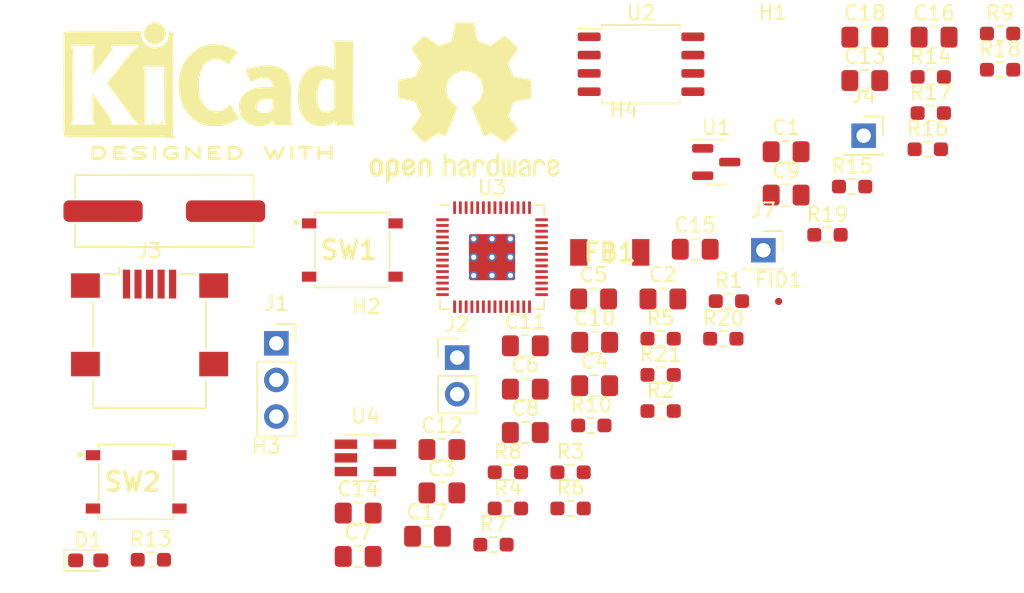
<source format=kicad_pcb>
(kicad_pcb (version 20211014) (generator pcbnew)
  (layers (0 "F.Cu" signal) (31 "B.Cu" signal) (34 "B.Paste" user) (35 "F.Paste" user) (36 "B.SilkS" user "B.Silkscreen") (37 "F.SilkS" user "F.Silkscreen") (38 "B.Mask" user) (39 "F.Mask" user) (44 "Edge.Cuts" user))
  (net 0 "")
  (net 1 "+3V3")
  (net 2 "GND")
  (net 3 "+1V1")
  (net 4 "Net-(C11-Pad1)")
  (net 5 "/XIN")
  (net 6 "/XOUT-raw")
  (net 7 "/RUN")
  (net 8 "Net-(C16-Pad1)")
  (net 9 "Net-(C17-Pad1)")
  (net 10 "Net-(C18-Pad1)")
  (net 11 "/GPIO25-led")
  (net 12 "/VBUS_RAW")
  (net 13 "VBUS")
  (net 14 "/SWCLK")
  (net 15 "/SWD")
  (net 16 "/~{USB_BOOT}")
  (net 17 "D-")
  (net 18 "D+")
  (net 20 "Net-(J3-Pad6)")
  (net 21 "/GPIO25")
  (net 22 "/QSPI_SS")
  (net 23 "/USB+")
  (net 24 "/USB-")
  (net 25 "/XOUT")
  (net 26 "GPIO24")
  (net 27 "/output")
  (net 28 "/input")
  (net 29 "/GPIO0")
  (net 30 "/GPIO1")
  (net 31 "Net-(J6-Pad2)")
  (net 32 "Net-(Q5-Pad2)")
  (net 33 "/QSPI_SD1")
  (net 34 "/QSPI_SD2")
  (net 35 "/QSPI_SD0")
  (net 36 "/QSPI_SCLK")
  (net 37 "/QSPI_SD3")
  (net 38 "/GPIO2")
  (net 39 "/GPIO3")
  (net 40 "/GPIO4")
  (net 41 "/GPIO5")
  (net 42 "/GPIO6")
  (net 43 "/GPIO7")
  (net 44 "/GPIO8")
  (net 45 "/GPIO9")
  (net 46 "/GPIO10")
  (net 47 "/GPIO11")
  (net 48 "/GPIO12")
  (net 49 "/GPIO13")
  (net 50 "/GPIO14")
  (net 51 "/GPIO15")
  (net 52 "/GPIO16")
  (net 53 "/GPIO17")
  (net 54 "/GPIO18")
  (net 55 "/GPIO19")
  (net 56 "/GPIO20")
  (net 57 "/GPIO21")
  (net 58 "/GPIO22")
  (net 59 "/GPIO23")
  (net 60 "/GPIO26_ADC0")
  (net 61 "/GPIO27_ADC1")
  (net 62 "/GPIO28_ADC2")
  (net 63 "/GPIO29_ADC3")
  (footprint "Connector_PinHeader_2.54mm:PinHeader_1x02_P2.54mm_Vertical" (layer "F.Cu") (at 214.12 88.14)
    (fp_text reference "J2" (at 0 -2.33) (layer "F.SilkS"))
    (fp_text value "Conn_01x02")
    (pad "1" thru_hole rect (at 0 0) (size 1.7 1.7) (drill 1) (layers *.Cu *.Mask) (net 16 "/~{USB_BOOT}"))
    (pad "2" thru_hole oval (at 0 2.54) (size 1.7 1.7) (drill 1) (layers *.Cu *.Mask) (net 2 "GND"))
  )
  (footprint "Connector_PinSocket_2.54mm:PinSocket_1x01_P2.54mm_Vertical" (layer "F.Cu") (at 242.33 72.74)
    (fp_text reference "J4" (at 0 -2.77) (layer "F.SilkS"))
    (fp_text value "Conn_01x01")
    (pad "1" thru_hole rect (at 0 0) (size 1.7 1.7) (drill 1) (layers *.Cu *.Mask) (net 20 "Net-(J3-Pad6)"))
  )
  (footprint "Package_TO_SOT_SMD:SOT-23-5_HandSoldering" (layer "F.Cu") (at 207.75 95.1)
    (fp_text reference "U4" (at 0 -2.9) (layer "F.SilkS"))
    (fp_text value "D1213A-02SM")
    (pad "1" smd rect (at -1.35 -0.95) (size 1.56 0.65) (layers "F.Cu" "F.Paste" "F.Mask"))
    (pad "2" smd rect (at -1.35 0) (size 1.56 0.65) (layers "F.Cu" "F.Paste" "F.Mask") (net 2 "GND"))
    (pad "3" smd rect (at -1.35 0.95) (size 1.56 0.65) (layers "F.Cu" "F.Paste" "F.Mask") (net 17 "D-"))
    (pad "4" smd rect (at 1.35 0.95) (size 1.56 0.65) (layers "F.Cu" "F.Paste" "F.Mask") (net 18 "D+"))
    (pad "5" smd rect (at 1.35 -0.95) (size 1.56 0.65) (layers "F.Cu" "F.Paste" "F.Mask") (net 13 "VBUS"))
  )
  (footprint "Resistor_SMD:R_0603_1608Metric_Pad0.98x0.95mm_HandSolder" (layer "F.Cu") (at 246.99 71.17)
    (fp_text reference "R17" (at 0 -1.43) (layer "F.SilkS"))
    (fp_text value "10k")
    (pad "1" smd roundrect (at -0.9125 0) (size 0.975 0.95) (layers "F.Cu" "F.Paste" "F.Mask") (net 2 "GND"))
    (pad "2" smd roundrect (at 0.9125 0) (size 0.975 0.95) (layers "F.Cu" "F.Paste" "F.Mask") (net 27 "/output"))
  )
  (footprint "MountingHole:MountingHole_3.2mm_M3" (layer "F.Cu") (at 200.87 98.5)
    (fp_text reference "H3" (at 0 -4.2) (layer "F.SilkS"))
    (fp_text value "MountingHole")
    (pad "" np_thru_hole circle (at 0 0) (size 3.2 3.2) (drill 3.2) (layers *.Cu *.Mask))
  )
  (footprint "Resistor_SMD:R_0603_1608Metric_Pad0.98x0.95mm_HandSolder" (layer "F.Cu") (at 192.86 102.17)
    (fp_text reference "R13" (at 0 -1.43) (layer "F.SilkS"))
    (fp_text value "e")
    (pad "1" smd roundrect (at -0.9125 0) (size 0.975 0.95) (layers "F.Cu" "F.Paste" "F.Mask") (net 27 "/output"))
    (pad "2" smd roundrect (at 0.9125 0) (size 0.975 0.95) (layers "F.Cu" "F.Paste" "F.Mask") (net 10 "Net-(C18-Pad1)"))
  )
  (footprint "Resistor_SMD:R_0603_1608Metric_Pad0.98x0.95mm_HandSolder" (layer "F.Cu") (at 246.99 68.66)
    (fp_text reference "R14" (at 0 -1.43) (layer "F.SilkS"))
    (fp_text value "10Meg")
    (pad "1" smd roundrect (at -0.9125 0) (size 0.975 0.95) (layers "F.Cu" "F.Paste" "F.Mask") (net 2 "GND"))
    (pad "2" smd roundrect (at 0.9125 0) (size 0.975 0.95) (layers "F.Cu" "F.Paste" "F.Mask") (net 10 "Net-(C18-Pad1)"))
  )
  (footprint "Resistor_SMD:R_0603_1608Metric_Pad0.98x0.95mm_HandSolder" (layer "F.Cu") (at 228.24 86.83)
    (fp_text reference "R5" (at 0 -1.43) (layer "F.SilkS"))
    (fp_text value "27")
    (pad "1" smd roundrect (at -0.9125 0) (size 0.975 0.95) (layers "F.Cu" "F.Paste" "F.Mask") (net 18 "D+"))
    (pad "2" smd roundrect (at 0.9125 0) (size 0.975 0.95) (layers "F.Cu" "F.Paste" "F.Mask") (net 23 "/USB+"))
  )
  (footprint "Resistor_SMD:R_0603_1608Metric_Pad0.98x0.95mm_HandSolder" (layer "F.Cu") (at 251.8 65.65)
    (fp_text reference "R9" (at 0 -1.43) (layer "F.SilkS"))
    (fp_text value "5k6")
    (pad "1" smd roundrect (at -0.9125 0) (size 0.975 0.95) (layers "F.Cu" "F.Paste" "F.Mask") (net 26 "GPIO24"))
    (pad "2" smd roundrect (at 0.9125 0) (size 0.975 0.95) (layers "F.Cu" "F.Paste" "F.Mask") (net 13 "VBUS"))
  )
  (footprint "Capacitor_SMD:C_0805_2012Metric_Pad1.18x1.45mm_HandSolder" (layer "F.Cu") (at 228.4 84.07)
    (fp_text reference "C2" (at 0 -1.68) (layer "F.SilkS"))
    (fp_text value "100n")
    (pad "1" smd roundrect (at -1.0375 0) (size 1.175 1.45) (layers "F.Cu" "F.Paste" "F.Mask") (roundrect_rratio 0.212766) (net 3 "+1V1"))
    (pad "2" smd roundrect (at 1.0375 0) (size 1.175 1.45) (layers "F.Cu" "F.Paste" "F.Mask") (roundrect_rratio 0.212766) (net 2 "GND"))
  )
  (footprint "Package_TO_SOT_SMD:SOT-23" (layer "F.Cu") (at 232.1 74.57)
    (fp_text reference "U1" (at 0 -2.4) (layer "F.SilkS"))
    (fp_text value "LM4040DBZ-3.0")
    (pad "1" smd roundrect (at -0.9375 -0.95) (size 1.475 0.6) (layers "F.Cu" "F.Paste" "F.Mask") (net 4 "Net-(C11-Pad1)"))
    (pad "2" smd roundrect (at -0.9375 0.95) (size 1.475 0.6) (layers "F.Cu" "F.Paste" "F.Mask") (net 2 "GND"))
    (pad "3" smd roundrect (at 0.9375 0) (size 1.475 0.6) (layers "F.Cu" "F.Paste" "F.Mask"))
  )
  (footprint "Resistor_SMD:R_0603_1608Metric_Pad0.98x0.95mm_HandSolder" (layer "F.Cu") (at 228.24 91.85)
    (fp_text reference "R2" (at 0 -1.43) (layer "F.SilkS"))
    (fp_text value "1k")
    (pad "1" smd roundrect (at -0.9125 0) (size 0.975 0.95) (layers "F.Cu" "F.Paste" "F.Mask") (net 4 "Net-(C11-Pad1)"))
    (pad "2" smd roundrect (at 0.9125 0) (size 0.975 0.95) (layers "F.Cu" "F.Paste" "F.Mask") (net 1 "+3V3"))
  )
  (footprint "SamacSys_Parts:BEADC4516X185N" (layer "F.Cu") (at 224.71 80.84)
    (fp_text reference "FB1" (at 0 0) (layer "F.SilkS") (effects (font (size 1.27 1.27) (thickness 0.254))))
    (fp_text value "HI1806T600R-10" hide)
    (pad "1" smd rect locked (at -2.15 0) (size 1.2 1.85) (layers "F.Cu" "F.Paste" "F.Mask") (net 12 "/VBUS_RAW"))
    (pad "2" smd rect locked (at 2.15 0) (size 1.2 1.85) (layers "F.Cu" "F.Paste" "F.Mask") (net 13 "VBUS"))
  )
  (footprint "Resistor_SMD:R_0603_1608Metric_Pad0.98x0.95mm_HandSolder" (layer "F.Cu") (at 217.64 96.1)
    (fp_text reference "R8" (at 0 -1.43) (layer "F.SilkS"))
    (fp_text value "10k")
    (pad "1" smd roundrect (at -0.9125 0) (size 0.975 0.95) (layers "F.Cu" "F.Paste" "F.Mask") (net 7 "/RUN"))
    (pad "2" smd roundrect (at 0.9125 0) (size 0.975 0.95) (layers "F.Cu" "F.Paste" "F.Mask") (net 1 "+3V3"))
  )
  (footprint "SamacSys_Parts:PTS526SK15SMTR2LFS" (layer "F.Cu") (at 191.845 96.765)
    (fp_text reference "SW2" (at -0.25 0) (layer "F.SilkS") (effects (font (size 1.27 1.27) (thickness 0.254))))
    (fp_text value "SW_SPST" hide)
    (pad "1" smd rect (at 3 -1.85 90) (size 0.7 1) (layers "F.Cu" "F.Paste" "F.Mask") (net 2 "GND"))
    (pad "1" smd rect (at -3 -1.85 90) (size 0.7 1) (layers "F.Cu" "F.Paste" "F.Mask") (net 2 "GND"))
    (pad "2" smd rect (at -3 1.85 90) (size 0.7 1) (layers "F.Cu" "F.Paste" "F.Mask") (net 7 "/RUN"))
    (pad "2" smd rect (at 3 1.85 90) (size 0.7 1) (layers "F.Cu" "F.Paste" "F.Mask") (net 7 "/RUN"))
  )
  (footprint "Connector_PinSocket_2.54mm:PinSocket_1x01_P2.54mm_Vertical" (layer "F.Cu") (at 235.37 80.69)
    (fp_text reference "J7" (at 0 -2.77) (layer "F.SilkS"))
    (fp_text value "Conn_01x01")
    (pad "1" thru_hole rect (at 0 0) (size 1.7 1.7) (drill 1) (layers *.Cu *.Mask) (net 2 "GND"))
  )
  (footprint "LED_SMD:LED_0603_1608Metric_Pad1.05x0.95mm_HandSolder" (layer "F.Cu") (at 188.515 102.21)
    (fp_text reference "D1" (at 0 -1.43) (layer "F.SilkS"))
    (fp_text value "LED_Small  Red")
    (pad "1" smd roundrect (at -0.875 0) (size 1.05 0.95) (layers "F.Cu" "F.Paste" "F.Mask") (net 2 "GND"))
    (pad "2" smd roundrect (at 0.875 0) (size 1.05 0.95) (layers "F.Cu" "F.Paste" "F.Mask") (net 11 "/GPIO25-led"))
  )
  (footprint "Resistor_SMD:R_0603_1608Metric_Pad0.98x0.95mm_HandSolder" (layer "F.Cu") (at 246.78 73.68)
    (fp_text reference "R16" (at 0 -1.43) (layer "F.SilkS"))
    (fp_text value "e")
    (pad "1" smd roundrect (at -0.9125 0) (size 0.975 0.95) (layers "F.Cu" "F.Paste" "F.Mask") (net 28 "/input"))
    (pad "2" smd roundrect (at 0.9125 0) (size 0.975 0.95) (layers "F.Cu" "F.Paste" "F.Mask") (net 8 "Net-(C16-Pad1)"))
  )
  (footprint "SamacSys_Parts:PTS526SK15SMTR2LFS" (layer "F.Cu") (at 206.845 80.675)
    (fp_text reference "SW1" (at -0.25 0) (layer "F.SilkS") (effects (font (size 1.27 1.27) (thickness 0.254))))
    (fp_text value "SW_SPST" hide)
    (pad "1" smd rect (at -3 -1.85 90) (size 0.7 1) (layers "F.Cu" "F.Paste" "F.Mask") (net 2 "GND"))
    (pad "1" smd rect (at 3 -1.85 90) (size 0.7 1) (layers "F.Cu" "F.Paste" "F.Mask") (net 2 "GND"))
    (pad "2" smd rect (at -3 1.85 90) (size 0.7 1) (layers "F.Cu" "F.Paste" "F.Mask") (net 16 "/~{USB_BOOT}"))
    (pad "2" smd rect (at 3 1.85 90) (size 0.7 1) (layers "F.Cu" "F.Paste" "F.Mask") (net 16 "/~{USB_BOOT}"))
  )
  (footprint "MountingHole:MountingHole_3.2mm_M3" (layer "F.Cu") (at 225.68 75.14)
    (fp_text reference "H4" (at 0 -4.2) (layer "F.SilkS"))
    (fp_text value "MountingHole")
    (pad "" np_thru_hole circle (at 0 0) (size 3.2 3.2) (drill 3.2) (layers *.Cu *.Mask))
  )
  (footprint "Resistor_SMD:R_0603_1608Metric_Pad0.98x0.95mm_HandSolder" (layer "F.Cu") (at 228.24 89.34)
    (fp_text reference "R21" (at 0 -1.43) (layer "F.SilkS"))
    (fp_text value "1k")
    (pad "1" smd roundrect (at -0.9125 0) (size 0.975 0.95) (layers "F.Cu" "F.Paste" "F.Mask") (net 31 "Net-(J6-Pad2)"))
    (pad "2" smd roundrect (at 0.9125 0) (size 0.975 0.95) (layers "F.Cu" "F.Paste" "F.Mask") (net 32 "Net-(Q5-Pad2)"))
  )
  (footprint "Capacitor_SMD:C_0805_2012Metric_Pad1.18x1.45mm_HandSolder" (layer "F.Cu") (at 223.66 87.08)
    (fp_text reference "C10" (at 0 -1.68) (layer "F.SilkS"))
    (fp_text value "100n")
    (pad "1" smd roundrect (at -1.0375 0) (size 1.175 1.45) (layers "F.Cu" "F.Paste" "F.Mask") (roundrect_rratio 0.212766) (net 1 "+3V3"))
    (pad "2" smd roundrect (at 1.0375 0) (size 1.175 1.45) (layers "F.Cu" "F.Paste" "F.Mask") (roundrect_rratio 0.212766) (net 2 "GND"))
  )
  (footprint "Resistor_SMD:R_0603_1608Metric_Pad0.98x0.95mm_HandSolder" (layer "F.Cu") (at 251.8 68.16)
    (fp_text reference "R18" (at 0 -1.43) (layer "F.SilkS"))
    (fp_text value "10k")
    (pad "1" smd roundrect (at -0.9125 0) (size 0.975 0.95) (layers "F.Cu" "F.Paste" "F.Mask") (net 2 "GND"))
    (pad "2" smd roundrect (at 0.9125 0) (size 0.975 0.95) (layers "F.Cu" "F.Paste" "F.Mask") (net 28 "/input"))
  )
  (footprint "Resistor_SMD:R_0603_1608Metric_Pad0.98x0.95mm_HandSolder" (layer "F.Cu") (at 232.59 86.83)
    (fp_text reference "R20" (at 0 -1.43) (layer "F.SilkS"))
    (fp_text value "10k")
    (pad "1" smd roundrect (at -0.9125 0) (size 0.975 0.95) (layers "F.Cu" "F.Paste" "F.Mask") (net 2 "GND"))
    (pad "2" smd roundrect (at 0.9125 0) (size 0.975 0.95) (layers "F.Cu" "F.Paste" "F.Mask") (net 30 "/GPIO1"))
  )
  (footprint "Capacitor_SMD:C_0805_2012Metric_Pad1.18x1.45mm_HandSolder" (layer "F.Cu") (at 212.06 100.54)
    (fp_text reference "C17" (at 0 -1.68) (layer "F.SilkS"))
    (fp_text value "x")
    (pad "1" smd roundrect (at -1.0375 0) (size 1.175 1.45) (layers "F.Cu" "F.Paste" "F.Mask") (roundrect_rratio 0.212766) (net 9 "Net-(C17-Pad1)"))
    (pad "2" smd roundrect (at 1.0375 0) (size 1.175 1.45) (layers "F.Cu" "F.Paste" "F.Mask") (roundrect_rratio 0.212766) (net 2 "GND"))
  )
  (footprint "Fiducial:Fiducial_0.5mm_Mask1mm" (layer "F.Cu") (at 236.43 84.24)
    (fp_text reference "FID1" (at 0 -1.5) (layer "F.SilkS"))
    (fp_text value "Fiducial")
    (pad "" smd circle (at 0 0) (size 0.5 0.5) (layers "F.Cu" "F.Mask") (clearance 0.25))
  )
  (footprint "Capacitor_SMD:C_0805_2012Metric_Pad1.18x1.45mm_HandSolder" (layer "F.Cu") (at 213.06 97.53)
    (fp_text reference "C3" (at 0 -1.68) (layer "F.SilkS"))
    (fp_text value "100n")
    (pad "1" smd roundrect (at -1.0375 0) (size 1.175 1.45) (layers "F.Cu" "F.Paste" "F.Mask") (roundrect_rratio 0.212766) (net 3 "+1V1"))
    (pad "2" smd roundrect (at 1.0375 0) (size 1.175 1.45) (layers "F.Cu" "F.Paste" "F.Mask") (roundrect_rratio 0.212766) (net 2 "GND"))
  )
  (footprint "Capacitor_SMD:C_0805_2012Metric_Pad1.18x1.45mm_HandSolder" (layer "F.Cu") (at 218.85 87.32)
    (fp_text reference "C11" (at 0 -1.68) (layer "F.SilkS"))
    (fp_text value "100n")
    (pad "1" smd roundrect (at -1.0375 0) (size 1.175 1.45) (layers "F.Cu" "F.Paste" "F.Mask") (roundrect_rratio 0.212766) (net 4 "Net-(C11-Pad1)"))
    (pad "2" smd roundrect (at 1.0375 0) (size 1.175 1.45) (layers "F.Cu" "F.Paste" "F.Mask") (roundrect_rratio 0.212766) (net 2 "GND"))
  )
  (footprint "Capacitor_SMD:C_0805_2012Metric_Pad1.18x1.45mm_HandSolder" (layer "F.Cu") (at 218.85 93.34)
    (fp_text reference "C8" (at 0 -1.68) (layer "F.SilkS"))
    (fp_text value "100n")
    (pad "1" smd roundrect (at -1.0375 0) (size 1.175 1.45) (layers "F.Cu" "F.Paste" "F.Mask") (roundrect_rratio 0.212766) (net 1 "+3V3"))
    (pad "2" smd roundrect (at 1.0375 0) (size 1.175 1.45) (layers "F.Cu" "F.Paste" "F.Mask") (roundrect_rratio 0.212766) (net 2 "GND"))
  )
  (footprint "Capacitor_SMD:C_0805_2012Metric_Pad1.18x1.45mm_HandSolder" (layer "F.Cu") (at 207.25 101.94)
    (fp_text reference "C7" (at 0 -1.68) (layer "F.SilkS"))
    (fp_text value "100n")
    (pad "1" smd roundrect (at -1.0375 0) (size 1.175 1.45) (layers "F.Cu" "F.Paste" "F.Mask") (roundrect_rratio 0.212766) (net 1 "+3V3"))
    (pad "2" smd roundrect (at 1.0375 0) (size 1.175 1.45) (layers "F.Cu" "F.Paste" "F.Mask") (roundrect_rratio 0.212766) (net 2 "GND"))
  )
  (footprint "MountingHole:MountingHole_3.2mm_M3" (layer "F.Cu") (at 236.03 68.37)
    (fp_text reference "H1" (at 0 -4.2) (layer "F.SilkS"))
    (fp_text value "MountingHole")
    (pad "" np_thru_hole circle (at 0 0) (size 3.2 3.2) (drill 3.2) (layers *.Cu *.Mask))
  )
  (footprint "Capacitor_SMD:C_0805_2012Metric_Pad1.18x1.45mm_HandSolder" (layer "F.Cu") (at 242.41 68.91)
    (fp_text reference "C13" (at 0 -1.68) (layer "F.SilkS"))
    (fp_text value "DNP")
    (pad "1" smd roundrect (at -1.0375 0) (size 1.175 1.45) (layers "F.Cu" "F.Paste" "F.Mask") (roundrect_rratio 0.212766) (net 2 "GND"))
    (pad "2" smd roundrect (at 1.0375 0) (size 1.175 1.45) (layers "F.Cu" "F.Paste" "F.Mask") (roundrect_rratio 0.212766) (net 5 "/XIN"))
  )
  (footprint "Capacitor_SMD:C_0805_2012Metric_Pad1.18x1.45mm_HandSolder" (layer "F.Cu") (at 247.22 65.9)
    (fp_text reference "C16" (at 0 -1.68) (layer "F.SilkS"))
    (fp_text value "y")
    (pad "1" smd roundrect (at -1.0375 0) (size 1.175 1.45) (layers "F.Cu" "F.Paste" "F.Mask") (roundrect_rratio 0.212766) (net 8 "Net-(C16-Pad1)"))
    (pad "2" smd roundrect (at 1.0375 0) (size 1.175 1.45) (layers "F.Cu" "F.Paste" "F.Mask") (roundrect_rratio 0.212766) (net 2 "GND"))
  )
  (footprint "Resistor_SMD:R_0603_1608Metric_Pad0.98x0.95mm_HandSolder" (layer "F.Cu") (at 241.53 76.27)
    (fp_text reference "R15" (at 0 -1.43) (layer "F.SilkS"))
    (fp_text value "10Meg")
    (pad "1" smd roundrect (at -0.9125 0) (size 0.975 0.95) (layers "F.Cu" "F.Paste" "F.Mask") (net 2 "GND"))
    (pad "2" smd roundrect (at 0.9125 0) (size 0.975 0.95) (layers "F.Cu" "F.Paste" "F.Mask") (net 8 "Net-(C16-Pad1)"))
  )
  (footprint "MountingHole:MountingHole_3.2mm_M3" (layer "F.Cu") (at 207.82 88.8)
    (fp_text reference "H2" (at 0 -4.2) (layer "F.SilkS"))
    (fp_text value "MountingHole")
    (pad "" np_thru_hole circle (at 0 0) (size 3.2 3.2) (drill 3.2) (layers *.Cu *.Mask))
  )
  (footprint "Capacitor_SMD:C_0805_2012Metric_Pad1.18x1.45mm_HandSolder" (layer "F.Cu") (at 223.66 90.09)
    (fp_text reference "C4" (at 0 -1.68) (layer "F.SilkS"))
    (fp_text value "22u")
    (pad "1" smd roundrect (at -1.0375 0) (size 1.175 1.45) (layers "F.Cu" "F.Paste" "F.Mask") (roundrect_rratio 0.212766) (net 1 "+3V3"))
    (pad "2" smd roundrect (at 1.0375 0) (size 1.175 1.45) (layers "F.Cu" "F.Paste" "F.Mask") (roundrect_rratio 0.212766) (net 2 "GND"))
  )
  (footprint "Resistor_SMD:R_0603_1608Metric_Pad0.98x0.95mm_HandSolder" (layer "F.Cu") (at 239.82 79.62)
    (fp_text reference "R19" (at 0 -1.43) (layer "F.SilkS"))
    (fp_text value "10k")
    (pad "1" smd roundrect (at -0.9125 0) (size 0.975 0.95) (layers "F.Cu" "F.Paste" "F.Mask") (net 2 "GND"))
    (pad "2" smd roundrect (at 0.9125 0) (size 0.975 0.95) (layers "F.Cu" "F.Paste" "F.Mask") (net 29 "/GPIO0"))
  )
  (footprint "Z_mycustom_footprint_lib:ATS120SM" (layer "F.Cu") (at 193.795 77.975)
    (fp_text reference "Y1" (at 0 -5.588 unlocked) (layer "F.SilkS"))
    (fp_text value "ABLS-12.000MHZ-B4-T")
    (pad "1" smd roundrect (at -4.25 0) (size 5.5 1.5) (layers "F.Cu" "F.Paste" "F.Mask") (net 5 "/XIN"))
    (pad "2" smd roundrect (at 4.25 0) (size 5.5 1.5) (layers "F.Cu" "F.Paste" "F.Mask") (net 6 "/XOUT-raw"))
  )
  (footprint "Resistor_SMD:R_0603_1608Metric_Pad0.98x0.95mm_HandSolder" (layer "F.Cu") (at 232.98 84.22)
    (fp_text reference "R1" (at 0 -1.43) (layer "F.SilkS"))
    (fp_text value "330")
    (pad "1" smd roundrect (at -0.9125 0) (size 0.975 0.95) (layers "F.Cu" "F.Paste" "F.Mask") (net 11 "/GPIO25-led"))
    (pad "2" smd roundrect (at 0.9125 0) (size 0.975 0.95) (layers "F.Cu" "F.Paste" "F.Mask") (net 21 "/GPIO25"))
  )
  (footprint "Capacitor_SMD:C_0805_2012Metric_Pad1.18x1.45mm_HandSolder" (layer "F.Cu") (at 242.41 65.9)
    (fp_text reference "C18" (at 0 -1.68) (layer "F.SilkS"))
    (fp_text value "z")
    (pad "1" smd roundrect (at -1.0375 0) (size 1.175 1.45) (layers "F.Cu" "F.Paste" "F.Mask") (roundrect_rratio 0.212766) (net 10 "Net-(C18-Pad1)"))
    (pad "2" smd roundrect (at 1.0375 0) (size 1.175 1.45) (layers "F.Cu" "F.Paste" "F.Mask") (roundrect_rratio 0.212766) (net 2 "GND"))
  )
  (footprint "Resistor_SMD:R_0603_1608Metric_Pad0.98x0.95mm_HandSolder" (layer "F.Cu") (at 217.64 98.61)
    (fp_text reference "R4" (at 0 -1.43) (layer "F.SilkS"))
    (fp_text value "1k")
    (pad "1" smd roundrect (at -0.9125 0) (size 0.975 0.95) (layers "F.Cu" "F.Paste" "F.Mask") (net 22 "/QSPI_SS"))
    (pad "2" smd roundrect (at 0.9125 0) (size 0.975 0.95) (layers "F.Cu" "F.Paste" "F.Mask") (net 16 "/~{USB_BOOT}"))
  )
  (footprint "Capacitor_SMD:C_0805_2012Metric_Pad1.18x1.45mm_HandSolder" (layer "F.Cu") (at 207.25 98.93)
    (fp_text reference "C14" (at 0 -1.68) (layer "F.SilkS"))
    (fp_text value "DNP")
    (pad "1" smd roundrect (at -1.0375 0) (size 1.175 1.45) (layers "F.Cu" "F.Paste" "F.Mask") (roundrect_rratio 0.212766) (net 2 "GND"))
    (pad "2" smd roundrect (at 1.0375 0) (size 1.175 1.45) (layers "F.Cu" "F.Paste" "F.Mask") (roundrect_rratio 0.212766) (net 6 "/XOUT-raw"))
  )
  (footprint "RP2040_minimal:RP2040-QFN-56" (layer "F.Cu") (at 216.54 81.17)
    (fp_text reference "U3" (at 0 -4.82) (layer "F.SilkS"))
    (fp_text value "RP2040")
    (pad "1" smd roundrect (at -3.4375 -2.6) (size 0.875 0.2) (layers "F.Cu" "F.Paste" "F.Mask") (net 1 "+3V3"))
    (pad "2" smd roundrect (at -3.4375 -2.2) (size 0.875 0.2) (layers "F.Cu" "F.Paste" "F.Mask") (net 29 "/GPIO0"))
    (pad "3" smd roundrect (at -3.4375 -1.8) (size 0.875 0.2) (layers "F.Cu" "F.Paste" "F.Mask") (net 30 "/GPIO1"))
    (pad "4" smd roundrect (at -3.4375 -1.4) (size 0.875 0.2) (layers "F.Cu" "F.Paste" "F.Mask") (net 38 "/GPIO2"))
    (pad "5" smd roundrect (at -3.4375 -1) (size 0.875 0.2) (layers "F.Cu" "F.Paste" "F.Mask") (net 39 "/GPIO3"))
    (pad "6" smd roundrect (at -3.4375 -0.6) (size 0.875 0.2) (layers "F.Cu" "F.Paste" "F.Mask") (net 40 "/GPIO4"))
    (pad "7" smd roundrect (at -3.4375 -0.2) (size 0.875 0.2) (layers "F.Cu" "F.Paste" "F.Mask") (net 41 "/GPIO5"))
    (pad "8" smd roundrect (at -3.4375 0.2) (size 0.875 0.2) (layers "F.Cu" "F.Paste" "F.Mask") (net 42 "/GPIO6"))
    (pad "9" smd roundrect (at -3.4375 0.6) (size 0.875 0.2) (layers "F.Cu" "F.Paste" "F.Mask") (net 43 "/GPIO7"))
    (pad "10" smd roundrect (at -3.4375 1) (size 0.875 0.2) (layers "F.Cu" "F.Paste" "F.Mask") (net 1 "+3V3"))
    (pad "11" smd roundrect (at -3.4375 1.4) (size 0.875 0.2) (layers "F.Cu" "F.Paste" "F.Mask") (net 44 "/GPIO8"))
    (pad "12" smd roundrect (at -3.4375 1.8) (size 0.875 0.2) (layers "F.Cu" "F.Paste" "F.Mask") (net 45 "/GPIO9"))
    (pad "13" smd roundrect (at -3.4375 2.2) (size 0.875 0.2) (layers "F.Cu" "F.Paste" "F.Mask") (net 46 "/GPIO10"))
    (pad "14" smd roundrect (at -3.4375 2.6) (size 0.875 0.2) (layers "F.Cu" "F.Paste" "F.Mask") (net 47 "/GPIO11"))
    (pad "15" smd roundrect (at -2.6 3.4375) (size 0.2 0.875) (layers "F.Cu" "F.Paste" "F.Mask") (net 48 "/GPIO12"))
    (pad "16" smd roundrect (at -2.2 3.4375) (size 0.2 0.875) (layers "F.Cu" "F.Paste" "F.Mask") (net 49 "/GPIO13"))
    (pad "17" smd roundrect (at -1.8 3.4375) (size 0.2 0.875) (layers "F.Cu" "F.Paste" "F.Mask") (net 50 "/GPIO14"))
    (pad "18" smd roundrect (at -1.4 3.4375) (size 0.2 0.875) (layers "F.Cu" "F.Paste" "F.Mask") (net 51 "/GPIO15"))
    (pad "19" smd roundrect (at -1 3.4375) (size 0.2 0.875) (layers "F.Cu" "F.Paste" "F.Mask") (net 2 "GND"))
    (pad "20" smd roundrect (at -0.6 3.4375) (size 0.2 0.875) (layers "F.Cu" "F.Paste" "F.Mask") (net 5 "/XIN"))
    (pad "21" smd roundrect (at -0.2 3.4375) (size 0.2 0.875) (layers "F.Cu" "F.Paste" "F.Mask") (net 25 "/XOUT"))
    (pad "22" smd roundrect (at 0.2 3.4375) (size 0.2 0.875) (layers "F.Cu" "F.Paste" "F.Mask") (net 1 "+3V3"))
    (pad "23" smd roundrect (at 0.6 3.4375) (size 0.2 0.875) (layers "F.Cu" "F.Paste" "F.Mask") (net 3 "+1V1"))
    (pad "24" smd roundrect (at 1 3.4375) (size 0.2 0.875) (layers "F.Cu" "F.Paste" "F.Mask") (net 14 "/SWCLK"))
    (pad "25" smd roundrect (at 1.4 3.4375) (size 0.2 0.875) (layers "F.Cu" "F.Paste" "F.Mask") (net 15 "/SWD"))
    (pad "26" smd roundrect (at 1.8 3.4375) (size 0.2 0.875) (layers "F.Cu" "F.Paste" "F.Mask") (net 7 "/RUN"))
    (pad "27" smd roundrect (at 2.2 3.4375) (size 0.2 0.875) (layers "F.Cu" "F.Paste" "F.Mask") (net 52 "/GPIO16"))
    (pad "28" smd roundrect (at 2.6 3.4375) (size 0.2 0.875) (layers "F.Cu" "F.Paste" "F.Mask") (net 53 "/GPIO17"))
    (pad "29" smd roundrect (at 3.4375 2.6) (size 0.875 0.2) (layers "F.Cu" "F.Paste" "F.Mask") (net 54 "/GPIO18"))
    (pad "30" smd roundrect (at 3.4375 2.2) (size 0.875 0.2) (layers "F.Cu" "F.Paste" "F.Mask") (net 55 "/GPIO19"))
    (pad "31" smd roundrect (at 3.4375 1.8) (size 0.875 0.2) (layers "F.Cu" "F.Paste" "F.Mask") (net 56 "/GPIO20"))
    (pad "32" smd roundrect (at 3.4375 1.4) (size 0.875 0.2) (layers "F.Cu" "F.Paste" "F.Mask") (net 57 "/GPIO21"))
    (pad "33" smd roundrect (at 3.4375 1) (size 0.875 0.2) (layers "F.Cu" "F.Paste" "F.Mask") (net 1 "+3V3"))
    (pad "34" smd roundrect (at 3.4375 0.6) (size 0.875 0.2) (layers "F.Cu" "F.Paste" "F.Mask") (net 58 "/GPIO22"))
    (pad "35" smd roundrect (at 3.4375 0.2) (size 0.875 0.2) (layers "F.Cu" "F.Paste" "F.Mask") (net 59 "/GPIO23"))
    (pad "36" smd roundrect (at 3.4375 -0.2) (size 0.875 0.2) (layers "F.Cu" "F.Paste" "F.Mask") (net 26 "GPIO24"))
    (pad "37" smd roundrect (at 3.4375 -0.6) (size 0.875 0.2) (layers "F.Cu" "F.Paste" "F.Mask") (net 21 "/GPIO25"))
    (pad "38" smd roundrect (at 3.4375 -1) (size 0.875 0.2) (layers "F.Cu" "F.Paste" "F.Mask") (net 60 "/GPIO26_ADC0"))
    (pad "39" smd roundrect (at 3.4375 -1.4) (size 0.875 0.2) (layers "F.Cu" "F.Paste" "F.Mask") (net 61 "/GPIO27_ADC1"))
    (pad "40" smd roundrect (at 3.4375 -1.8) (size 0.875 0.2) (layers "F.Cu" "F.Paste" "F.Mask") (net 62 "/GPIO28_ADC2"))
    (pad "41" smd roundrect (at 3.4375 -2.2) (size 0.875 0.2) (layers "F.Cu" "F.Paste" "F.Mask") (net 63 "/GPIO29_ADC3"))
    (pad "42" smd roundrect (at 3.4375 -2.6) (size 0.875 0.2) (layers "F.Cu" "F.Paste" "F.Mask") (net 1 "+3V3"))
    (pad "43" smd roundrect (at 2.6 -3.4375) (size 0.2 0.875) (layers "F.Cu" "F.Paste" "F.Mask") (net 4 "Net-(C11-Pad1)"))
    (pad "44" smd roundrect (at 2.2 -3.4375) (size 0.2 0.875) (layers "F.Cu" "F.Paste" "F.Mask") (net 1 "+3V3"))
    (pad "45" smd roundrect (at 1.8 -3.4375) (size 0.2 0.875) (layers "F.Cu" "F.Paste" "F.Mask") (net 3 "+1V1"))
    (pad "46" smd roundrect (at 1.4 -3.4375) (size 0.2 0.875) (layers "F.Cu" "F.Paste" "F.Mask") (net 24 "/USB-"))
    (pad "47" smd roundrect (at 1 -3.4375) (size 0.2 0.875) (layers "F.Cu" "F.Paste" "F.Mask") (net 23 "/USB+"))
    (pad "48" smd roundrect (at 0.6 -3.4375) (size 0.2 0.875) (layers "F.Cu" "F.Paste" "F.Mask") (net 1 "+3V3"))
    (pad "49" smd roundrect (at 0.2 -3.4375) (size 0.2 0.875) (layers "F.Cu" "F.Paste" "F.Mask") (net 1 "+3V3"))
    (pad "50" smd roundrect (at -0.2 -3.4375) (size 0.2 0.875) (layers "F.Cu" "F.Paste" "F.Mask") (net 3 "+1V1"))
    (pad "51" smd roundrect (at -0.6 -3.4375) (size 0.2 0.875) (layers "F.Cu" "F.Paste" "F.Mask") (net 37 "/QSPI_SD3"))
    (pad "52" smd roundrect (at -1 -3.4375) (size 0.2 0.875) (layers "F.Cu" "F.Paste" "F.Mask") (net 36 "/QSPI_SCLK"))
    (pad "53" smd roundrect (at -1.4 -3.4375) (size 0.2 0.875) (layers "F.Cu" "F.Paste" "F.Mask") (net 35 "/QSPI_SD0"))
    (pad "54" smd roundrect (at -1.8 -3.4375) (size 0.2 0.875) (layers "F.Cu" "F.Paste" "F.Mask") (net 34 "/QSPI_SD2"))
    (pad "55" smd roundrect (at -2.2 -3.4375) (size 0.2 0.875) (layers "F.Cu" "F.Paste" "F.Mask") (net 33 "/QSPI_SD1"))
    (pad "56" smd roundrect (at -2.6 -3.4375) (size 0.2 0.875) (layers "F.Cu" "F.Paste" "F.Mask") (net 22 "/QSPI_SS"))
    (pad "57" thru_hole circle (at 0 0) (size 0.6 0.6) (drill 0.35) (layers *.Cu) (net 2 "GND"))
    (pad "57" smd roundrect (at 0 0) (size 3.2 3.2) (layers "F.Cu" "F.Mask") (roundrect_rratio 0.045) (net 2 "GND"))
    (pad "57" thru_hole circle (at 1.275 -1.275) (size 0.6 0.6) (drill 0.35) (layers *.Cu) (net 2 "GND"))
    (pad "57" thru_hole circle (at 0 -1.275) (size 0.6 0.6) (drill 0.35) (layers *.Cu) (net 2 "GND"))
    (pad "57" thru_hole circle (at 0 1.275) (size 0.6 0.6) (drill 0.35) (layers *.Cu) (net 2 "GND"))
    (pad "57" thru_hole circle (at -1.275 0) (size 0.6 0.6) (drill 0.35) (layers *.Cu) (net 2 "GND"))
    (pad "57" thru_hole circle (at 1.275 1.275) (size 0.6 0.6) (drill 0.35) (layers *.Cu) (net 2 "GND"))
    (pad "57" thru_hole circle (at -1.275 1.275) (size 0.6 0.6) (drill 0.35) (layers *.Cu) (net 2 "GND"))
    (pad "57" thru_hole circle (at 1.275 0) (size 0.6 0.6) (drill 0.35) (layers *.Cu) (net 2 "GND"))
    (pad "57" thru_hole circle (at -1.275 -1.275) (size 0.6 0.6) (drill 0.35) (layers *.Cu) (net 2 "GND"))
  )
  (footprint "Connector_USB:USB_Mini-B_Lumberg_2486_01_Horizontal" (layer "F.Cu") (at 192.77 85.74)
    (fp_text reference "J3" (at 0 -5) (layer "F.SilkS"))
    (fp_text value "USB_B_Mini")
    (pad "" np_thru_hole circle (at 2.2 0) (size 1 1) (drill 1) (layers *.Cu *.Mask))
    (pad "" np_thru_hole circle (at -2.2 0) (size 1 1) (drill 1) (layers *.Cu *.Mask))
    (pad "1" smd rect (at -1.6 -2.7) (size 0.5 2) (layers "F.Cu" "F.Paste" "F.Mask") (net 12 "/VBUS_RAW"))
    (pad "2" smd rect (at -0.8 -2.7) (size 0.5 2) (layers "F.Cu" "F.Paste" "F.Mask") (net 17 "D-"))
    (pad "3" smd rect (at 0 -2.7) (size 0.5 2) (layers "F.Cu" "F.Paste" "F.Mask") (net 18 "D+"))
    (pad "4" smd rect (at 0.8 -2.7) (size 0.5 2) (layers "F.Cu" "F.Paste" "F.Mask"))
    (pad "5" smd rect (at 1.6 -2.7) (size 0.5 2) (layers "F.Cu" "F.Paste" "F.Mask") (net 2 "GND"))
    (pad "6" smd rect (at -4.45 -2.6) (size 2 1.7) (layers "F.Cu" "F.Paste" "F.Mask") (net 20 "Net-(J3-Pad6)"))
    (pad "6" smd rect (at 4.45 2.85) (size 2 1.7) (layers "F.Cu" "F.Paste" "F.Mask") (net 20 "Net-(J3-Pad6)"))
    (pad "6" smd rect (at -4.45 2.85) (size 2 1.7) (layers "F.Cu" "F.Paste" "F.Mask") (net 20 "Net-(J3-Pad6)"))
    (pad "6" smd rect (at 4.45 -2.6) (size 2 1.7) (layers "F.Cu" "F.Paste" "F.Mask") (net 20 "Net-(J3-Pad6)"))
  )
  (footprint "Capacitor_SMD:C_0805_2012Metric_Pad1.18x1.45mm_HandSolder" (layer "F.Cu") (at 236.95 76.86)
    (fp_text reference "C9" (at 0 -1.68) (layer "F.SilkS"))
    (fp_text value "100n")
    (pad "1" smd roundrect (at -1.0375 0) (size 1.175 1.45) (layers "F.Cu" "F.Paste" "F.Mask") (roundrect_rratio 0.212766) (net 1 "+3V3"))
    (pad "2" smd roundrect (at 1.0375 0) (size 1.175 1.45) (layers "F.Cu" "F.Paste" "F.Mask") (roundrect_rratio 0.212766) (net 2 "GND"))
  )
  (footprint "Package_SO:SOIC-8_5.23x5.23mm_P1.27mm" (layer "F.Cu") (at 226.88 67.78)
    (fp_text reference "U2" (at 0 -3.56) (layer "F.SilkS"))
    (fp_text value "W25Q128JVS")
    (pad "1" smd roundrect (at -3.6 -1.905) (size 1.6 0.6) (layers "F.Cu" "F.Paste" "F.Mask") (net 22 "/QSPI_SS"))
    (pad "2" smd roundrect (at -3.6 -0.635) (size 1.6 0.6) (layers "F.Cu" "F.Paste" "F.Mask") (net 33 "/QSPI_SD1"))
    (pad "3" smd roundrect (at -3.6 0.635) (size 1.6 0.6) (layers "F.Cu" "F.Paste" "F.Mask") (net 34 "/QSPI_SD2"))
    (pad "4" smd roundrect (at -3.6 1.905) (size 1.6 0.6) (layers "F.Cu" "F.Paste" "F.Mask") (net 2 "GND"))
    (pad "5" smd roundrect (at 3.6 1.905) (size 1.6 0.6) (layers "F.Cu" "F.Paste" "F.Mask") (net 35 "/QSPI_SD0"))
    (pad "6" smd roundrect (at 3.6 0.635) (size 1.6 0.6) (layers "F.Cu" "F.Paste" "F.Mask") (net 36 "/QSPI_SCLK"))
    (pad "7" smd roundrect (at 3.6 -0.635) (size 1.6 0.6) (layers "F.Cu" "F.Paste" "F.Mask") (net 37 "/QSPI_SD3"))
    (pad "8" smd roundrect (at 3.6 -1.905) (size 1.6 0.6) (layers "F.Cu" "F.Paste" "F.Mask") (net 1 "+3V3"))
  )
  (footprint "Resistor_SMD:R_0603_1608Metric_Pad0.98x0.95mm_HandSolder" (layer "F.Cu") (at 223.43 92.85)
    (fp_text reference "R10" (at 0 -1.43) (layer "F.SilkS"))
    (fp_text value "10k")
    (pad "1" smd roundrect (at -0.9125 0) (size 0.975 0.95) (layers "F.Cu" "F.Paste" "F.Mask") (net 2 "GND"))
    (pad "2" smd roundrect (at 0.9125 0) (size 0.975 0.95) (layers "F.Cu" "F.Paste" "F.Mask") (net 26 "GPIO24"))
  )
  (footprint "Capacitor_SMD:C_0805_2012Metric_Pad1.18x1.45mm_HandSolder" (layer "F.Cu") (at 218.85 90.33)
    (fp_text reference "C6" (at 0 -1.68) (layer "F.SilkS"))
    (fp_text value "100n")
    (pad "1" smd roundrect (at -1.0375 0) (size 1.175 1.45) (layers "F.Cu" "F.Paste" "F.Mask") (roundrect_rratio 0.212766) (net 1 "+3V3"))
    (pad "2" smd roundrect (at 1.0375 0) (size 1.175 1.45) (layers "F.Cu" "F.Paste" "F.Mask") (roundrect_rratio 0.212766) (net 2 "GND"))
  )
  (footprint "Connector_PinSocket_2.54mm:PinSocket_1x03_P2.54mm_Vertical" (layer "F.Cu") (at 201.57 87.15)
    (fp_text reference "J1" (at 0 -2.77) (layer "F.SilkS"))
    (fp_text value "debug")
    (pad "1" thru_hole rect (at 0 0) (size 1.7 1.7) (drill 1) (layers *.Cu *.Mask) (net 14 "/SWCLK"))
    (pad "2" thru_hole oval (at 0 2.54) (size 1.7 1.7) (drill 1) (layers *.Cu *.Mask) (net 2 "GND"))
    (pad "3" thru_hole oval (at 0 5.08) (size 1.7 1.7) (drill 1) (layers *.Cu *.Mask) (net 15 "/SWD"))
  )
  (footprint "Capacitor_SMD:C_0805_2012Metric_Pad1.18x1.45mm_HandSolder" (layer "F.Cu") (at 213.06 94.52)
    (fp_text reference "C12" (at 0 -1.68) (layer "F.SilkS"))
    (fp_text value "1u")
    (pad "1" smd roundrect (at -1.0375 0) (size 1.175 1.45) (layers "F.Cu" "F.Paste" "F.Mask") (roundrect_rratio 0.212766) (net 3 "+1V1"))
    (pad "2" smd roundrect (at 1.0375 0) (size 1.175 1.45) (layers "F.Cu" "F.Paste" "F.Mask") (roundrect_rratio 0.212766) (net 2 "GND"))
  )
  (footprint "Capacitor_SMD:C_0805_2012Metric_Pad1.18x1.45mm_HandSolder" (layer "F.Cu") (at 236.95 73.85)
    (fp_text reference "C1" (at 0 -1.68) (layer "F.SilkS"))
    (fp_text value "100n")
    (pad "1" smd roundrect (at -1.0375 0) (size 1.175 1.45) (layers "F.Cu" "F.Paste" "F.Mask") (roundrect_rratio 0.212766) (net 1 "+3V3"))
    (pad "2" smd roundrect (at 1.0375 0) (size 1.175 1.45) (layers "F.Cu" "F.Paste" "F.Mask") (roundrect_rratio 0.212766) (net 2 "GND"))
  )
  (footprint "Resistor_SMD:R_0603_1608Metric_Pad0.98x0.95mm_HandSolder" (layer "F.Cu") (at 221.99 98.61)
    (fp_text reference "R6" (at 0 -1.43) (layer "F.SilkS"))
    (fp_text value "27")
    (pad "1" smd roundrect (at -0.9125 0) (size 0.975 0.95) (layers "F.Cu" "F.Paste" "F.Mask") (net 17 "D-"))
    (pad "2" smd roundrect (at 0.9125 0) (size 0.975 0.95) (layers "F.Cu" "F.Paste" "F.Mask") (net 24 "/USB-"))
  )
  (footprint "Symbol:OSHW-Logo2_14.6x12mm_SilkScreen" (layer "F.Cu") (at 214.638965 70.447126)
    (fp_text reference "FID3" hide)
    (fp_text value "Fiducial" hide)
  )
  (footprint "Resistor_SMD:R_0603_1608Metric_Pad0.98x0.95mm_HandSolder" (layer "F.Cu") (at 216.64 101.12)
    (fp_text reference "R7" (at 0 -1.43) (layer "F.SilkS"))
    (fp_text value "1k")
    (pad "1" smd roundrect (at -0.9125 0) (size 0.975 0.95) (layers "F.Cu" "F.Paste" "F.Mask") (net 25 "/XOUT"))
    (pad "2" smd roundrect (at 0.9125 0) (size 0.975 0.95) (layers "F.Cu" "F.Paste" "F.Mask") (net 6 "/XOUT-raw"))
  )
  (footprint "Symbol:KiCad-Logo2_8mm_SilkScreen" (layer "F.Cu") (at 196.923854 68.836182)
    (fp_text reference "FID2" hide)
    (fp_text value "Fiducial" hide)
  )
  (footprint "Capacitor_SMD:C_0805_2012Metric_Pad1.18x1.45mm_HandSolder" (layer "F.Cu") (at 223.59 84.07)
    (fp_text reference "C5" (at 0 -1.68) (layer "F.SilkS"))
    (fp_text value "100n")
    (pad "1" smd roundrect (at -1.0375 0) (size 1.175 1.45) (layers "F.Cu" "F.Paste" "F.Mask") (roundrect_rratio 0.212766) (net 1 "+3V3"))
    (pad "2" smd roundrect (at 1.0375 0) (size 1.175 1.45) (layers "F.Cu" "F.Paste" "F.Mask") (roundrect_rratio 0.212766) (net 2 "GND"))
  )
  (footprint "Resistor_SMD:R_0603_1608Metric_Pad0.98x0.95mm_HandSolder" (layer "F.Cu") (at 221.99 96.1)
    (fp_text reference "R3" (at 0 -1.43) (layer "F.SilkS"))
    (fp_text value "DNF")
    (pad "1" smd roundrect (at -0.9125 0) (size 0.975 0.95) (layers "F.Cu" "F.Paste" "F.Mask") (net 1 "+3V3"))
    (pad "2" smd roundrect (at 0.9125 0) (size 0.975 0.95) (layers "F.Cu" "F.Paste" "F.Mask") (net 22 "/QSPI_SS"))
  )
  (footprint "Capacitor_SMD:C_0805_2012Metric_Pad1.18x1.45mm_HandSolder" (layer "F.Cu") (at 230.64 80.62)
    (fp_text reference "C15" (at 0 -1.68) (layer "F.SilkS"))
    (fp_text value "100n")
    (pad "1" smd roundrect (at -1.0375 0) (size 1.175 1.45) (layers "F.Cu" "F.Paste" "F.Mask") (roundrect_rratio 0.212766) (net 7 "/RUN"))
    (pad "2" smd roundrect (at 1.0375 0) (size 1.175 1.45) (layers "F.Cu" "F.Paste" "F.Mask") (roundrect_rratio 0.212766) (net 2 "GND"))
  )
)
</source>
